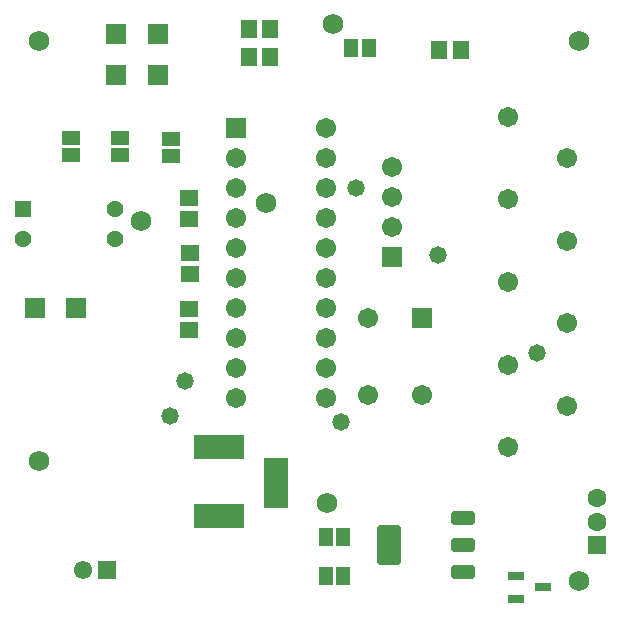
<source format=gts>
G04*
G04 #@! TF.GenerationSoftware,Altium Limited,Altium Designer,19.1.7 (138)*
G04*
G04 Layer_Color=8388736*
%FSLAX25Y25*%
%MOIN*%
G70*
G01*
G75*
G04:AMPARAMS|DCode=25|XSize=43.43mil|YSize=76.9mil|CornerRadius=5.95mil|HoleSize=0mil|Usage=FLASHONLY|Rotation=270.000|XOffset=0mil|YOffset=0mil|HoleType=Round|Shape=RoundedRectangle|*
%AMROUNDEDRECTD25*
21,1,0.04343,0.06500,0,0,270.0*
21,1,0.03154,0.07690,0,0,270.0*
1,1,0.01190,-0.03250,-0.01577*
1,1,0.01190,-0.03250,0.01577*
1,1,0.01190,0.03250,0.01577*
1,1,0.01190,0.03250,-0.01577*
%
%ADD25ROUNDEDRECTD25*%
G04:AMPARAMS|DCode=26|XSize=133.98mil|YSize=76.9mil|CornerRadius=6.07mil|HoleSize=0mil|Usage=FLASHONLY|Rotation=270.000|XOffset=0mil|YOffset=0mil|HoleType=Round|Shape=RoundedRectangle|*
%AMROUNDEDRECTD26*
21,1,0.13398,0.06476,0,0,270.0*
21,1,0.12185,0.07690,0,0,270.0*
1,1,0.01213,-0.03238,-0.06093*
1,1,0.01213,-0.03238,0.06093*
1,1,0.01213,0.03238,0.06093*
1,1,0.01213,0.03238,-0.06093*
%
%ADD26ROUNDEDRECTD26*%
%ADD27R,0.05328X0.03162*%
%ADD28R,0.05524X0.06312*%
%ADD29R,0.06312X0.05524*%
%ADD30R,0.05131X0.06312*%
%ADD31R,0.06706X0.06706*%
%ADD32R,0.06706X0.06706*%
%ADD33R,0.06312X0.05131*%
%ADD34R,0.16548X0.07887*%
%ADD35R,0.07887X0.16548*%
%ADD36R,0.06115X0.06115*%
%ADD37C,0.06115*%
%ADD38C,0.06800*%
%ADD39C,0.05642*%
%ADD40R,0.05642X0.05642*%
%ADD41C,0.06706*%
%ADD42R,0.06312X0.06312*%
%ADD43C,0.06312*%
%ADD44C,0.05800*%
D25*
X151303Y12874D02*
D03*
Y21929D02*
D03*
Y30984D02*
D03*
D26*
X126697Y21929D02*
D03*
D27*
X169071Y11526D02*
D03*
Y4045D02*
D03*
X177929Y7785D02*
D03*
D28*
X79957Y184429D02*
D03*
X87043D02*
D03*
X79957Y193929D02*
D03*
X87043D02*
D03*
X150543Y186929D02*
D03*
X143457D02*
D03*
D29*
X60000Y93386D02*
D03*
Y100472D02*
D03*
X60181Y119176D02*
D03*
Y112090D02*
D03*
X60000Y137472D02*
D03*
Y130386D02*
D03*
D30*
X105547Y24429D02*
D03*
X111453D02*
D03*
X114047Y187429D02*
D03*
X119953D02*
D03*
X105547Y11429D02*
D03*
X111453D02*
D03*
D31*
X35500Y192319D02*
D03*
Y178539D02*
D03*
X49500Y192319D02*
D03*
Y178539D02*
D03*
X127500Y117929D02*
D03*
X137500Y97520D02*
D03*
D32*
X8610Y100929D02*
D03*
X22390D02*
D03*
X75493Y160976D02*
D03*
D33*
X54000Y151476D02*
D03*
Y157382D02*
D03*
X37134Y151795D02*
D03*
Y157701D02*
D03*
X20634Y151795D02*
D03*
Y157701D02*
D03*
D34*
X70000Y54429D02*
D03*
Y31594D02*
D03*
D35*
X88898Y42618D02*
D03*
D36*
X32500Y13429D02*
D03*
D37*
X24626D02*
D03*
D38*
X85529Y135929D02*
D03*
X10000Y50000D02*
D03*
X106000Y35929D02*
D03*
X108000Y195429D02*
D03*
X44000Y129929D02*
D03*
X190000Y190000D02*
D03*
Y10000D02*
D03*
X10000Y190000D02*
D03*
D39*
X35256Y133929D02*
D03*
Y123929D02*
D03*
X4744D02*
D03*
D40*
Y133929D02*
D03*
D41*
X166315Y54472D02*
D03*
X186000Y68252D02*
D03*
X166315Y82032D02*
D03*
X186000Y95811D02*
D03*
X166315Y109591D02*
D03*
X186000Y123370D02*
D03*
X166315Y137150D02*
D03*
X186000Y150929D02*
D03*
X166315Y164709D02*
D03*
X127500Y147929D02*
D03*
Y137929D02*
D03*
Y127929D02*
D03*
X119783Y97520D02*
D03*
Y71929D02*
D03*
X137500D02*
D03*
X75493Y150976D02*
D03*
Y140976D02*
D03*
Y130976D02*
D03*
Y120976D02*
D03*
Y110976D02*
D03*
Y100976D02*
D03*
Y90976D02*
D03*
Y80976D02*
D03*
Y70976D02*
D03*
X105493Y160976D02*
D03*
Y150976D02*
D03*
Y140976D02*
D03*
Y130976D02*
D03*
Y120976D02*
D03*
Y110976D02*
D03*
Y100976D02*
D03*
Y90976D02*
D03*
Y80976D02*
D03*
Y70976D02*
D03*
D42*
X196000Y21779D02*
D03*
D43*
Y29653D02*
D03*
Y37527D02*
D03*
D44*
X110500Y62929D02*
D03*
X176000Y85929D02*
D03*
X143000Y118429D02*
D03*
X53500Y64929D02*
D03*
X58500Y76429D02*
D03*
X115500Y140929D02*
D03*
M02*

</source>
